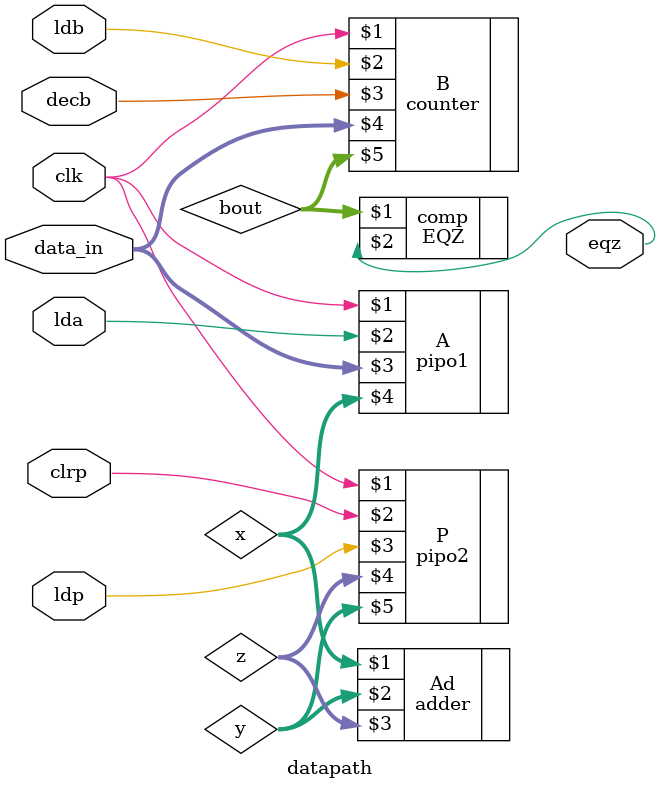
<source format=v>
`timescale 1ns / 1ps


module datapath(input clk,lda,ldb,clrp,ldp,decb,
input [15:0] data_in,
output eqz);
wire [15:0] x,y,z,bout;
pipo1 A(clk,lda,data_in,x);
pipo2 P(clk,clrp,ldp,z,y);
counter B(clk,ldb,decb,data_in,bout);
adder Ad(x,y,z);
EQZ comp(bout,eqz);
endmodule

</source>
